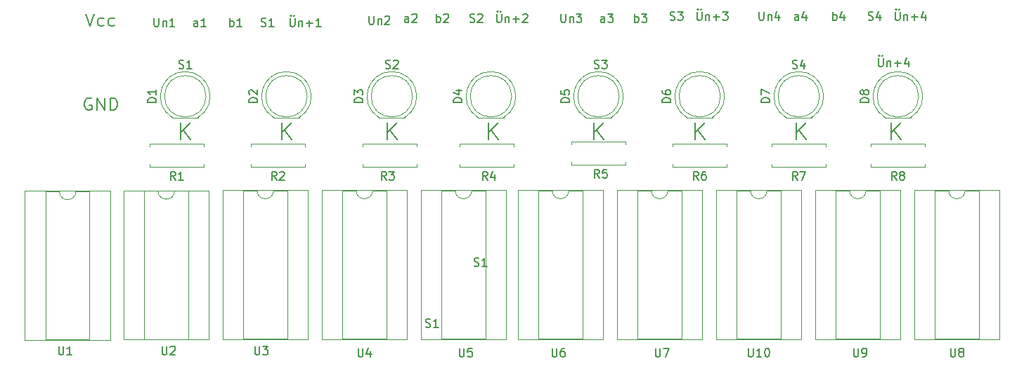
<source format=gbr>
%TF.GenerationSoftware,KiCad,Pcbnew,(5.1.6)-1*%
%TF.CreationDate,2020-11-22T17:26:52+01:00*%
%TF.ProjectId,Addierer,41646469-6572-4657-922e-6b696361645f,rev?*%
%TF.SameCoordinates,Original*%
%TF.FileFunction,Legend,Top*%
%TF.FilePolarity,Positive*%
%FSLAX46Y46*%
G04 Gerber Fmt 4.6, Leading zero omitted, Abs format (unit mm)*
G04 Created by KiCad (PCBNEW (5.1.6)-1) date 2020-11-22 17:26:52*
%MOMM*%
%LPD*%
G01*
G04 APERTURE LIST*
%ADD10C,0.150000*%
%ADD11C,0.120000*%
G04 APERTURE END LIST*
D10*
X32893142Y-32524000D02*
X32750285Y-32452571D01*
X32536000Y-32452571D01*
X32321714Y-32524000D01*
X32178857Y-32666857D01*
X32107428Y-32809714D01*
X32036000Y-33095428D01*
X32036000Y-33309714D01*
X32107428Y-33595428D01*
X32178857Y-33738285D01*
X32321714Y-33881142D01*
X32536000Y-33952571D01*
X32678857Y-33952571D01*
X32893142Y-33881142D01*
X32964571Y-33809714D01*
X32964571Y-33309714D01*
X32678857Y-33309714D01*
X33607428Y-33952571D02*
X33607428Y-32452571D01*
X34464571Y-33952571D01*
X34464571Y-32452571D01*
X35178857Y-33952571D02*
X35178857Y-32452571D01*
X35536000Y-32452571D01*
X35750285Y-32524000D01*
X35893142Y-32666857D01*
X35964571Y-32809714D01*
X36036000Y-33095428D01*
X36036000Y-33309714D01*
X35964571Y-33595428D01*
X35893142Y-33738285D01*
X35750285Y-33881142D01*
X35536000Y-33952571D01*
X35178857Y-33952571D01*
X129270190Y-37480761D02*
X129270190Y-35480761D01*
X130413047Y-37480761D02*
X129555904Y-36337904D01*
X130413047Y-35480761D02*
X129270190Y-36623619D01*
X117840190Y-37480761D02*
X117840190Y-35480761D01*
X118983047Y-37480761D02*
X118125904Y-36337904D01*
X118983047Y-35480761D02*
X117840190Y-36623619D01*
X105648190Y-37480761D02*
X105648190Y-35480761D01*
X106791047Y-37480761D02*
X105933904Y-36337904D01*
X106791047Y-35480761D02*
X105648190Y-36623619D01*
X93456190Y-37480761D02*
X93456190Y-35480761D01*
X94599047Y-37480761D02*
X93741904Y-36337904D01*
X94599047Y-35480761D02*
X93456190Y-36623619D01*
X127706666Y-27646380D02*
X127706666Y-28455904D01*
X127754285Y-28551142D01*
X127801904Y-28598761D01*
X127897142Y-28646380D01*
X128087619Y-28646380D01*
X128182857Y-28598761D01*
X128230476Y-28551142D01*
X128278095Y-28455904D01*
X128278095Y-27646380D01*
X127801904Y-27313047D02*
X127849523Y-27360666D01*
X127801904Y-27408285D01*
X127754285Y-27360666D01*
X127801904Y-27313047D01*
X127801904Y-27408285D01*
X128182857Y-27313047D02*
X128230476Y-27360666D01*
X128182857Y-27408285D01*
X128135238Y-27360666D01*
X128182857Y-27313047D01*
X128182857Y-27408285D01*
X128754285Y-27979714D02*
X128754285Y-28646380D01*
X128754285Y-28074952D02*
X128801904Y-28027333D01*
X128897142Y-27979714D01*
X129040000Y-27979714D01*
X129135238Y-28027333D01*
X129182857Y-28122571D01*
X129182857Y-28646380D01*
X129659047Y-28265428D02*
X130420952Y-28265428D01*
X130040000Y-28646380D02*
X130040000Y-27884476D01*
X131325714Y-27979714D02*
X131325714Y-28646380D01*
X131087619Y-27598761D02*
X130849523Y-28313047D01*
X131468571Y-28313047D01*
X117348095Y-28852761D02*
X117490952Y-28900380D01*
X117729047Y-28900380D01*
X117824285Y-28852761D01*
X117871904Y-28805142D01*
X117919523Y-28709904D01*
X117919523Y-28614666D01*
X117871904Y-28519428D01*
X117824285Y-28471809D01*
X117729047Y-28424190D01*
X117538571Y-28376571D01*
X117443333Y-28328952D01*
X117395714Y-28281333D01*
X117348095Y-28186095D01*
X117348095Y-28090857D01*
X117395714Y-27995619D01*
X117443333Y-27948000D01*
X117538571Y-27900380D01*
X117776666Y-27900380D01*
X117919523Y-27948000D01*
X118776666Y-28233714D02*
X118776666Y-28900380D01*
X118538571Y-27852761D02*
X118300476Y-28567047D01*
X118919523Y-28567047D01*
X93472095Y-28852761D02*
X93614952Y-28900380D01*
X93853047Y-28900380D01*
X93948285Y-28852761D01*
X93995904Y-28805142D01*
X94043523Y-28709904D01*
X94043523Y-28614666D01*
X93995904Y-28519428D01*
X93948285Y-28471809D01*
X93853047Y-28424190D01*
X93662571Y-28376571D01*
X93567333Y-28328952D01*
X93519714Y-28281333D01*
X93472095Y-28186095D01*
X93472095Y-28090857D01*
X93519714Y-27995619D01*
X93567333Y-27948000D01*
X93662571Y-27900380D01*
X93900666Y-27900380D01*
X94043523Y-27948000D01*
X94376857Y-27900380D02*
X94995904Y-27900380D01*
X94662571Y-28281333D01*
X94805428Y-28281333D01*
X94900666Y-28328952D01*
X94948285Y-28376571D01*
X94995904Y-28471809D01*
X94995904Y-28709904D01*
X94948285Y-28805142D01*
X94900666Y-28852761D01*
X94805428Y-28900380D01*
X94519714Y-28900380D01*
X94424476Y-28852761D01*
X94376857Y-28805142D01*
X68326095Y-28852761D02*
X68468952Y-28900380D01*
X68707047Y-28900380D01*
X68802285Y-28852761D01*
X68849904Y-28805142D01*
X68897523Y-28709904D01*
X68897523Y-28614666D01*
X68849904Y-28519428D01*
X68802285Y-28471809D01*
X68707047Y-28424190D01*
X68516571Y-28376571D01*
X68421333Y-28328952D01*
X68373714Y-28281333D01*
X68326095Y-28186095D01*
X68326095Y-28090857D01*
X68373714Y-27995619D01*
X68421333Y-27948000D01*
X68516571Y-27900380D01*
X68754666Y-27900380D01*
X68897523Y-27948000D01*
X69278476Y-27995619D02*
X69326095Y-27948000D01*
X69421333Y-27900380D01*
X69659428Y-27900380D01*
X69754666Y-27948000D01*
X69802285Y-27995619D01*
X69849904Y-28090857D01*
X69849904Y-28186095D01*
X69802285Y-28328952D01*
X69230857Y-28900380D01*
X69849904Y-28900380D01*
X43434095Y-28852761D02*
X43576952Y-28900380D01*
X43815047Y-28900380D01*
X43910285Y-28852761D01*
X43957904Y-28805142D01*
X44005523Y-28709904D01*
X44005523Y-28614666D01*
X43957904Y-28519428D01*
X43910285Y-28471809D01*
X43815047Y-28424190D01*
X43624571Y-28376571D01*
X43529333Y-28328952D01*
X43481714Y-28281333D01*
X43434095Y-28186095D01*
X43434095Y-28090857D01*
X43481714Y-27995619D01*
X43529333Y-27948000D01*
X43624571Y-27900380D01*
X43862666Y-27900380D01*
X44005523Y-27948000D01*
X44957904Y-28900380D02*
X44386476Y-28900380D01*
X44672190Y-28900380D02*
X44672190Y-27900380D01*
X44576952Y-28043238D01*
X44481714Y-28138476D01*
X44386476Y-28186095D01*
X80756190Y-37480761D02*
X80756190Y-35480761D01*
X81899047Y-37480761D02*
X81041904Y-36337904D01*
X81899047Y-35480761D02*
X80756190Y-36623619D01*
X68564190Y-37480761D02*
X68564190Y-35480761D01*
X69707047Y-37480761D02*
X68849904Y-36337904D01*
X69707047Y-35480761D02*
X68564190Y-36623619D01*
X32250285Y-22292571D02*
X32750285Y-23792571D01*
X33250285Y-22292571D01*
X34393142Y-23721142D02*
X34250285Y-23792571D01*
X33964571Y-23792571D01*
X33821714Y-23721142D01*
X33750285Y-23649714D01*
X33678857Y-23506857D01*
X33678857Y-23078285D01*
X33750285Y-22935428D01*
X33821714Y-22864000D01*
X33964571Y-22792571D01*
X34250285Y-22792571D01*
X34393142Y-22864000D01*
X35678857Y-23721142D02*
X35536000Y-23792571D01*
X35250285Y-23792571D01*
X35107428Y-23721142D01*
X35036000Y-23649714D01*
X34964571Y-23506857D01*
X34964571Y-23078285D01*
X35036000Y-22935428D01*
X35107428Y-22864000D01*
X35250285Y-22792571D01*
X35536000Y-22792571D01*
X35678857Y-22864000D01*
X43672190Y-37480761D02*
X43672190Y-35480761D01*
X44815047Y-37480761D02*
X43957904Y-36337904D01*
X44815047Y-35480761D02*
X43672190Y-36623619D01*
X55864190Y-37480761D02*
X55864190Y-35480761D01*
X57007047Y-37480761D02*
X56149904Y-36337904D01*
X57007047Y-35480761D02*
X55864190Y-36623619D01*
D11*
%TO.C,U9*%
X124222000Y-43628000D02*
X122572000Y-43628000D01*
X122572000Y-43628000D02*
X122572000Y-61528000D01*
X122572000Y-61528000D02*
X127872000Y-61528000D01*
X127872000Y-61528000D02*
X127872000Y-43628000D01*
X127872000Y-43628000D02*
X126222000Y-43628000D01*
X120082000Y-43568000D02*
X120082000Y-61588000D01*
X120082000Y-61588000D02*
X130362000Y-61588000D01*
X130362000Y-61588000D02*
X130362000Y-43568000D01*
X130362000Y-43568000D02*
X120082000Y-43568000D01*
X126222000Y-43628000D02*
G75*
G02*
X124222000Y-43628000I-1000000J0D01*
G01*
%TO.C,D1*%
X42651000Y-34818000D02*
X45741000Y-34818000D01*
X46696000Y-32258000D02*
G75*
G03*
X46696000Y-32258000I-2500000J0D01*
G01*
X44196462Y-29268000D02*
G75*
G03*
X42651170Y-34818000I-462J-2990000D01*
G01*
X44195538Y-29268000D02*
G75*
G02*
X45740830Y-34818000I462J-2990000D01*
G01*
%TO.C,D2*%
X58888000Y-32258000D02*
G75*
G03*
X58888000Y-32258000I-2500000J0D01*
G01*
X54843000Y-34818000D02*
X57933000Y-34818000D01*
X56387538Y-29268000D02*
G75*
G02*
X57932830Y-34818000I462J-2990000D01*
G01*
X56388462Y-29268000D02*
G75*
G03*
X54843170Y-34818000I-462J-2990000D01*
G01*
%TO.C,R1*%
X39910000Y-38000000D02*
X39910000Y-38330000D01*
X46450000Y-38000000D02*
X39910000Y-38000000D01*
X46450000Y-38330000D02*
X46450000Y-38000000D01*
X39910000Y-40740000D02*
X39910000Y-40410000D01*
X46450000Y-40740000D02*
X39910000Y-40740000D01*
X46450000Y-40410000D02*
X46450000Y-40740000D01*
%TO.C,R2*%
X58642000Y-40410000D02*
X58642000Y-40740000D01*
X58642000Y-40740000D02*
X52102000Y-40740000D01*
X52102000Y-40740000D02*
X52102000Y-40410000D01*
X58642000Y-38330000D02*
X58642000Y-38000000D01*
X58642000Y-38000000D02*
X52102000Y-38000000D01*
X52102000Y-38000000D02*
X52102000Y-38330000D01*
%TO.C,U1*%
X35163001Y-43669001D02*
X24883001Y-43669001D01*
X35163001Y-61689001D02*
X35163001Y-43669001D01*
X24883001Y-61689001D02*
X35163001Y-61689001D01*
X24883001Y-43669001D02*
X24883001Y-61689001D01*
X32673001Y-43729001D02*
X31023001Y-43729001D01*
X32673001Y-61629001D02*
X32673001Y-43729001D01*
X27373001Y-61629001D02*
X32673001Y-61629001D01*
X27373001Y-43729001D02*
X27373001Y-61629001D01*
X29023001Y-43729001D02*
X27373001Y-43729001D01*
X31023001Y-43729001D02*
G75*
G02*
X29023001Y-43729001I-1000000J0D01*
G01*
%TO.C,U2*%
X47050000Y-43619001D02*
X36770000Y-43619001D01*
X47050000Y-61639001D02*
X47050000Y-43619001D01*
X36770000Y-61639001D02*
X47050000Y-61639001D01*
X36770000Y-43619001D02*
X36770000Y-61639001D01*
X44560000Y-43679001D02*
X42910000Y-43679001D01*
X44560000Y-61579001D02*
X44560000Y-43679001D01*
X39260000Y-61579001D02*
X44560000Y-61579001D01*
X39260000Y-43679001D02*
X39260000Y-61579001D01*
X40910000Y-43679001D02*
X39260000Y-43679001D01*
X42910000Y-43679001D02*
G75*
G02*
X40910000Y-43679001I-1000000J0D01*
G01*
%TO.C,D3*%
X71588000Y-32258000D02*
G75*
G03*
X71588000Y-32258000I-2500000J0D01*
G01*
X67543000Y-34818000D02*
X70633000Y-34818000D01*
X69087538Y-29268000D02*
G75*
G02*
X70632830Y-34818000I462J-2990000D01*
G01*
X69088462Y-29268000D02*
G75*
G03*
X67543170Y-34818000I-462J-2990000D01*
G01*
%TO.C,D4*%
X79481000Y-34818000D02*
X82571000Y-34818000D01*
X83526000Y-32258000D02*
G75*
G03*
X83526000Y-32258000I-2500000J0D01*
G01*
X81026462Y-29268000D02*
G75*
G03*
X79481170Y-34818000I-462J-2990000D01*
G01*
X81025538Y-29268000D02*
G75*
G02*
X82570830Y-34818000I462J-2990000D01*
G01*
%TO.C,R3*%
X65564000Y-38000000D02*
X65564000Y-38330000D01*
X72104000Y-38000000D02*
X65564000Y-38000000D01*
X72104000Y-38330000D02*
X72104000Y-38000000D01*
X65564000Y-40740000D02*
X65564000Y-40410000D01*
X72104000Y-40740000D02*
X65564000Y-40740000D01*
X72104000Y-40410000D02*
X72104000Y-40740000D01*
%TO.C,R4*%
X77248000Y-38330000D02*
X77248000Y-38000000D01*
X77248000Y-38000000D02*
X83788000Y-38000000D01*
X83788000Y-38000000D02*
X83788000Y-38330000D01*
X77248000Y-40410000D02*
X77248000Y-40740000D01*
X77248000Y-40740000D02*
X83788000Y-40740000D01*
X83788000Y-40740000D02*
X83788000Y-40410000D01*
%TO.C,U4*%
X70926000Y-43568000D02*
X60646000Y-43568000D01*
X70926000Y-61588000D02*
X70926000Y-43568000D01*
X60646000Y-61588000D02*
X70926000Y-61588000D01*
X60646000Y-43568000D02*
X60646000Y-61588000D01*
X68436000Y-43628000D02*
X66786000Y-43628000D01*
X68436000Y-61528000D02*
X68436000Y-43628000D01*
X63136000Y-61528000D02*
X68436000Y-61528000D01*
X63136000Y-43628000D02*
X63136000Y-61528000D01*
X64786000Y-43628000D02*
X63136000Y-43628000D01*
X66786000Y-43628000D02*
G75*
G02*
X64786000Y-43628000I-1000000J0D01*
G01*
%TO.C,U5*%
X76724000Y-43628000D02*
X75074000Y-43628000D01*
X75074000Y-43628000D02*
X75074000Y-61528000D01*
X75074000Y-61528000D02*
X80374000Y-61528000D01*
X80374000Y-61528000D02*
X80374000Y-43628000D01*
X80374000Y-43628000D02*
X78724000Y-43628000D01*
X72584000Y-43568000D02*
X72584000Y-61588000D01*
X72584000Y-61588000D02*
X82864000Y-61588000D01*
X82864000Y-61588000D02*
X82864000Y-43568000D01*
X82864000Y-43568000D02*
X72584000Y-43568000D01*
X78724000Y-43628000D02*
G75*
G02*
X76724000Y-43628000I-1000000J0D01*
G01*
%TO.C,D5*%
X92435000Y-34818000D02*
X95525000Y-34818000D01*
X96480000Y-32258000D02*
G75*
G03*
X96480000Y-32258000I-2500000J0D01*
G01*
X93980462Y-29268000D02*
G75*
G03*
X92435170Y-34818000I-462J-2990000D01*
G01*
X93979538Y-29268000D02*
G75*
G02*
X95524830Y-34818000I462J-2990000D01*
G01*
%TO.C,D6*%
X104627000Y-34818000D02*
X107717000Y-34818000D01*
X108672000Y-32258000D02*
G75*
G03*
X108672000Y-32258000I-2500000J0D01*
G01*
X106172462Y-29268000D02*
G75*
G03*
X104627170Y-34818000I-462J-2990000D01*
G01*
X106171538Y-29268000D02*
G75*
G02*
X107716830Y-34818000I462J-2990000D01*
G01*
%TO.C,D7*%
X120610000Y-32258000D02*
G75*
G03*
X120610000Y-32258000I-2500000J0D01*
G01*
X116565000Y-34818000D02*
X119655000Y-34818000D01*
X118109538Y-29268000D02*
G75*
G02*
X119654830Y-34818000I462J-2990000D01*
G01*
X118110462Y-29268000D02*
G75*
G03*
X116565170Y-34818000I-462J-2990000D01*
G01*
%TO.C,D8*%
X132548000Y-32258000D02*
G75*
G03*
X132548000Y-32258000I-2500000J0D01*
G01*
X128503000Y-34818000D02*
X131593000Y-34818000D01*
X130047538Y-29268000D02*
G75*
G02*
X131592830Y-34818000I462J-2990000D01*
G01*
X130048462Y-29268000D02*
G75*
G03*
X128503170Y-34818000I-462J-2990000D01*
G01*
%TO.C,R5*%
X97250000Y-40156000D02*
X97250000Y-40486000D01*
X97250000Y-40486000D02*
X90710000Y-40486000D01*
X90710000Y-40486000D02*
X90710000Y-40156000D01*
X97250000Y-38076000D02*
X97250000Y-37746000D01*
X97250000Y-37746000D02*
X90710000Y-37746000D01*
X90710000Y-37746000D02*
X90710000Y-38076000D01*
%TO.C,R6*%
X102902000Y-38000000D02*
X102902000Y-38330000D01*
X109442000Y-38000000D02*
X102902000Y-38000000D01*
X109442000Y-38330000D02*
X109442000Y-38000000D01*
X102902000Y-40740000D02*
X102902000Y-40410000D01*
X109442000Y-40740000D02*
X102902000Y-40740000D01*
X109442000Y-40410000D02*
X109442000Y-40740000D01*
%TO.C,R7*%
X121380000Y-40410000D02*
X121380000Y-40740000D01*
X121380000Y-40740000D02*
X114840000Y-40740000D01*
X114840000Y-40740000D02*
X114840000Y-40410000D01*
X121380000Y-38330000D02*
X121380000Y-38000000D01*
X121380000Y-38000000D02*
X114840000Y-38000000D01*
X114840000Y-38000000D02*
X114840000Y-38330000D01*
%TO.C,R8*%
X126778000Y-38000000D02*
X126778000Y-38330000D01*
X133318000Y-38000000D02*
X126778000Y-38000000D01*
X133318000Y-38330000D02*
X133318000Y-38000000D01*
X126778000Y-40740000D02*
X126778000Y-40410000D01*
X133318000Y-40740000D02*
X126778000Y-40740000D01*
X133318000Y-40410000D02*
X133318000Y-40740000D01*
%TO.C,U6*%
X94548000Y-43568000D02*
X84268000Y-43568000D01*
X94548000Y-61588000D02*
X94548000Y-43568000D01*
X84268000Y-61588000D02*
X94548000Y-61588000D01*
X84268000Y-43568000D02*
X84268000Y-61588000D01*
X92058000Y-43628000D02*
X90408000Y-43628000D01*
X92058000Y-61528000D02*
X92058000Y-43628000D01*
X86758000Y-61528000D02*
X92058000Y-61528000D01*
X86758000Y-43628000D02*
X86758000Y-61528000D01*
X88408000Y-43628000D02*
X86758000Y-43628000D01*
X90408000Y-43628000D02*
G75*
G02*
X88408000Y-43628000I-1000000J0D01*
G01*
%TO.C,U7*%
X100346000Y-43628000D02*
X98696000Y-43628000D01*
X98696000Y-43628000D02*
X98696000Y-61528000D01*
X98696000Y-61528000D02*
X103996000Y-61528000D01*
X103996000Y-61528000D02*
X103996000Y-43628000D01*
X103996000Y-43628000D02*
X102346000Y-43628000D01*
X96206000Y-43568000D02*
X96206000Y-61588000D01*
X96206000Y-61588000D02*
X106486000Y-61588000D01*
X106486000Y-61588000D02*
X106486000Y-43568000D01*
X106486000Y-43568000D02*
X96206000Y-43568000D01*
X102346000Y-43628000D02*
G75*
G02*
X100346000Y-43628000I-1000000J0D01*
G01*
%TO.C,U8*%
X142300000Y-43568000D02*
X132020000Y-43568000D01*
X142300000Y-61588000D02*
X142300000Y-43568000D01*
X132020000Y-61588000D02*
X142300000Y-61588000D01*
X132020000Y-43568000D02*
X132020000Y-61588000D01*
X139810000Y-43628000D02*
X138160000Y-43628000D01*
X139810000Y-61528000D02*
X139810000Y-43628000D01*
X134510000Y-61528000D02*
X139810000Y-61528000D01*
X134510000Y-43628000D02*
X134510000Y-61528000D01*
X136160000Y-43628000D02*
X134510000Y-43628000D01*
X138160000Y-43628000D02*
G75*
G02*
X136160000Y-43628000I-1000000J0D01*
G01*
%TO.C,U10*%
X118424000Y-43568000D02*
X108144000Y-43568000D01*
X118424000Y-61588000D02*
X118424000Y-43568000D01*
X108144000Y-61588000D02*
X118424000Y-61588000D01*
X108144000Y-43568000D02*
X108144000Y-61588000D01*
X115934000Y-43628000D02*
X114284000Y-43628000D01*
X115934000Y-61528000D02*
X115934000Y-43628000D01*
X110634000Y-61528000D02*
X115934000Y-61528000D01*
X110634000Y-43628000D02*
X110634000Y-61528000D01*
X112284000Y-43628000D02*
X110634000Y-43628000D01*
X114284000Y-43628000D02*
G75*
G02*
X112284000Y-43628000I-1000000J0D01*
G01*
%TO.C,U3*%
X52848000Y-43628000D02*
X51198000Y-43628000D01*
X51198000Y-43628000D02*
X51198000Y-61528000D01*
X51198000Y-61528000D02*
X56498000Y-61528000D01*
X56498000Y-61528000D02*
X56498000Y-43628000D01*
X56498000Y-43628000D02*
X54848000Y-43628000D01*
X48708000Y-43568000D02*
X48708000Y-61588000D01*
X48708000Y-61588000D02*
X58988000Y-61588000D01*
X58988000Y-61588000D02*
X58988000Y-43568000D01*
X58988000Y-43568000D02*
X48708000Y-43568000D01*
X54848000Y-43628000D02*
G75*
G02*
X52848000Y-43628000I-1000000J0D01*
G01*
%TO.C,U9*%
D10*
X124714095Y-62698380D02*
X124714095Y-63507904D01*
X124761714Y-63603142D01*
X124809333Y-63650761D01*
X124904571Y-63698380D01*
X125095047Y-63698380D01*
X125190285Y-63650761D01*
X125237904Y-63603142D01*
X125285523Y-63507904D01*
X125285523Y-62698380D01*
X125809333Y-63698380D02*
X125999809Y-63698380D01*
X126095047Y-63650761D01*
X126142666Y-63603142D01*
X126237904Y-63460285D01*
X126285523Y-63269809D01*
X126285523Y-62888857D01*
X126237904Y-62793619D01*
X126190285Y-62746000D01*
X126095047Y-62698380D01*
X125904571Y-62698380D01*
X125809333Y-62746000D01*
X125761714Y-62793619D01*
X125714095Y-62888857D01*
X125714095Y-63126952D01*
X125761714Y-63222190D01*
X125809333Y-63269809D01*
X125904571Y-63317428D01*
X126095047Y-63317428D01*
X126190285Y-63269809D01*
X126237904Y-63222190D01*
X126285523Y-63126952D01*
%TO.C,*%
X73152095Y-60094761D02*
X73294952Y-60142380D01*
X73533047Y-60142380D01*
X73628285Y-60094761D01*
X73675904Y-60047142D01*
X73723523Y-59951904D01*
X73723523Y-59856666D01*
X73675904Y-59761428D01*
X73628285Y-59713809D01*
X73533047Y-59666190D01*
X73342571Y-59618571D01*
X73247333Y-59570952D01*
X73199714Y-59523333D01*
X73152095Y-59428095D01*
X73152095Y-59332857D01*
X73199714Y-59237619D01*
X73247333Y-59190000D01*
X73342571Y-59142380D01*
X73580666Y-59142380D01*
X73723523Y-59190000D01*
X74675904Y-60142380D02*
X74104476Y-60142380D01*
X74390190Y-60142380D02*
X74390190Y-59142380D01*
X74294952Y-59285238D01*
X74199714Y-59380476D01*
X74104476Y-59428095D01*
X78994095Y-52728761D02*
X79136952Y-52776380D01*
X79375047Y-52776380D01*
X79470285Y-52728761D01*
X79517904Y-52681142D01*
X79565523Y-52585904D01*
X79565523Y-52490666D01*
X79517904Y-52395428D01*
X79470285Y-52347809D01*
X79375047Y-52300190D01*
X79184571Y-52252571D01*
X79089333Y-52204952D01*
X79041714Y-52157333D01*
X78994095Y-52062095D01*
X78994095Y-51966857D01*
X79041714Y-51871619D01*
X79089333Y-51824000D01*
X79184571Y-51776380D01*
X79422666Y-51776380D01*
X79565523Y-51824000D01*
X80517904Y-52776380D02*
X79946476Y-52776380D01*
X80232190Y-52776380D02*
X80232190Y-51776380D01*
X80136952Y-51919238D01*
X80041714Y-52014476D01*
X79946476Y-52062095D01*
%TO.C,a1*%
X45712095Y-23820380D02*
X45712095Y-23296571D01*
X45664476Y-23201333D01*
X45569238Y-23153714D01*
X45378761Y-23153714D01*
X45283523Y-23201333D01*
X45712095Y-23772761D02*
X45616857Y-23820380D01*
X45378761Y-23820380D01*
X45283523Y-23772761D01*
X45235904Y-23677523D01*
X45235904Y-23582285D01*
X45283523Y-23487047D01*
X45378761Y-23439428D01*
X45616857Y-23439428D01*
X45712095Y-23391809D01*
X46712095Y-23820380D02*
X46140666Y-23820380D01*
X46426380Y-23820380D02*
X46426380Y-22820380D01*
X46331142Y-22963238D01*
X46235904Y-23058476D01*
X46140666Y-23106095D01*
%TO.C,b1*%
X49601523Y-23820380D02*
X49601523Y-22820380D01*
X49601523Y-23201333D02*
X49696761Y-23153714D01*
X49887238Y-23153714D01*
X49982476Y-23201333D01*
X50030095Y-23248952D01*
X50077714Y-23344190D01*
X50077714Y-23629904D01*
X50030095Y-23725142D01*
X49982476Y-23772761D01*
X49887238Y-23820380D01*
X49696761Y-23820380D01*
X49601523Y-23772761D01*
X51030095Y-23820380D02*
X50458666Y-23820380D01*
X50744380Y-23820380D02*
X50744380Y-22820380D01*
X50649142Y-22963238D01*
X50553904Y-23058476D01*
X50458666Y-23106095D01*
%TO.C,D1*%
X40688380Y-32996095D02*
X39688380Y-32996095D01*
X39688380Y-32758000D01*
X39736000Y-32615142D01*
X39831238Y-32519904D01*
X39926476Y-32472285D01*
X40116952Y-32424666D01*
X40259809Y-32424666D01*
X40450285Y-32472285D01*
X40545523Y-32519904D01*
X40640761Y-32615142D01*
X40688380Y-32758000D01*
X40688380Y-32996095D01*
X40688380Y-31472285D02*
X40688380Y-32043714D01*
X40688380Y-31758000D02*
X39688380Y-31758000D01*
X39831238Y-31853238D01*
X39926476Y-31948476D01*
X39974095Y-32043714D01*
%TO.C,D2*%
X52880380Y-32996095D02*
X51880380Y-32996095D01*
X51880380Y-32758000D01*
X51928000Y-32615142D01*
X52023238Y-32519904D01*
X52118476Y-32472285D01*
X52308952Y-32424666D01*
X52451809Y-32424666D01*
X52642285Y-32472285D01*
X52737523Y-32519904D01*
X52832761Y-32615142D01*
X52880380Y-32758000D01*
X52880380Y-32996095D01*
X51975619Y-32043714D02*
X51928000Y-31996095D01*
X51880380Y-31900857D01*
X51880380Y-31662761D01*
X51928000Y-31567523D01*
X51975619Y-31519904D01*
X52070857Y-31472285D01*
X52166095Y-31472285D01*
X52308952Y-31519904D01*
X52880380Y-32091333D01*
X52880380Y-31472285D01*
%TO.C,R1*%
X43013333Y-42362380D02*
X42680000Y-41886190D01*
X42441904Y-42362380D02*
X42441904Y-41362380D01*
X42822857Y-41362380D01*
X42918095Y-41410000D01*
X42965714Y-41457619D01*
X43013333Y-41552857D01*
X43013333Y-41695714D01*
X42965714Y-41790952D01*
X42918095Y-41838571D01*
X42822857Y-41886190D01*
X42441904Y-41886190D01*
X43965714Y-42362380D02*
X43394285Y-42362380D01*
X43680000Y-42362380D02*
X43680000Y-41362380D01*
X43584761Y-41505238D01*
X43489523Y-41600476D01*
X43394285Y-41648095D01*
%TO.C,R2*%
X55205333Y-42362380D02*
X54872000Y-41886190D01*
X54633904Y-42362380D02*
X54633904Y-41362380D01*
X55014857Y-41362380D01*
X55110095Y-41410000D01*
X55157714Y-41457619D01*
X55205333Y-41552857D01*
X55205333Y-41695714D01*
X55157714Y-41790952D01*
X55110095Y-41838571D01*
X55014857Y-41886190D01*
X54633904Y-41886190D01*
X55586285Y-41457619D02*
X55633904Y-41410000D01*
X55729142Y-41362380D01*
X55967238Y-41362380D01*
X56062476Y-41410000D01*
X56110095Y-41457619D01*
X56157714Y-41552857D01*
X56157714Y-41648095D01*
X56110095Y-41790952D01*
X55538666Y-42362380D01*
X56157714Y-42362380D01*
%TO.C,U1*%
X28956095Y-62444380D02*
X28956095Y-63253904D01*
X29003714Y-63349142D01*
X29051333Y-63396761D01*
X29146571Y-63444380D01*
X29337047Y-63444380D01*
X29432285Y-63396761D01*
X29479904Y-63349142D01*
X29527523Y-63253904D01*
X29527523Y-62444380D01*
X30527523Y-63444380D02*
X29956095Y-63444380D01*
X30241809Y-63444380D02*
X30241809Y-62444380D01*
X30146571Y-62587238D01*
X30051333Y-62682476D01*
X29956095Y-62730095D01*
%TO.C,\u00DCn+1*%
X56840666Y-22820380D02*
X56840666Y-23629904D01*
X56888285Y-23725142D01*
X56935904Y-23772761D01*
X57031142Y-23820380D01*
X57221619Y-23820380D01*
X57316857Y-23772761D01*
X57364476Y-23725142D01*
X57412095Y-23629904D01*
X57412095Y-22820380D01*
X56935904Y-22487047D02*
X56983523Y-22534666D01*
X56935904Y-22582285D01*
X56888285Y-22534666D01*
X56935904Y-22487047D01*
X56935904Y-22582285D01*
X57316857Y-22487047D02*
X57364476Y-22534666D01*
X57316857Y-22582285D01*
X57269238Y-22534666D01*
X57316857Y-22487047D01*
X57316857Y-22582285D01*
X57888285Y-23153714D02*
X57888285Y-23820380D01*
X57888285Y-23248952D02*
X57935904Y-23201333D01*
X58031142Y-23153714D01*
X58174000Y-23153714D01*
X58269238Y-23201333D01*
X58316857Y-23296571D01*
X58316857Y-23820380D01*
X58793047Y-23439428D02*
X59554952Y-23439428D01*
X59174000Y-23820380D02*
X59174000Y-23058476D01*
X60554952Y-23820380D02*
X59983523Y-23820380D01*
X60269238Y-23820380D02*
X60269238Y-22820380D01*
X60174000Y-22963238D01*
X60078761Y-23058476D01*
X59983523Y-23106095D01*
%TO.C,Un1*%
X40441714Y-22820380D02*
X40441714Y-23629904D01*
X40489333Y-23725142D01*
X40536952Y-23772761D01*
X40632190Y-23820380D01*
X40822666Y-23820380D01*
X40917904Y-23772761D01*
X40965523Y-23725142D01*
X41013142Y-23629904D01*
X41013142Y-22820380D01*
X41489333Y-23153714D02*
X41489333Y-23820380D01*
X41489333Y-23248952D02*
X41536952Y-23201333D01*
X41632190Y-23153714D01*
X41775047Y-23153714D01*
X41870285Y-23201333D01*
X41917904Y-23296571D01*
X41917904Y-23820380D01*
X42917904Y-23820380D02*
X42346476Y-23820380D01*
X42632190Y-23820380D02*
X42632190Y-22820380D01*
X42536952Y-22963238D01*
X42441714Y-23058476D01*
X42346476Y-23106095D01*
%TO.C,S1*%
X53340095Y-23772761D02*
X53482952Y-23820380D01*
X53721047Y-23820380D01*
X53816285Y-23772761D01*
X53863904Y-23725142D01*
X53911523Y-23629904D01*
X53911523Y-23534666D01*
X53863904Y-23439428D01*
X53816285Y-23391809D01*
X53721047Y-23344190D01*
X53530571Y-23296571D01*
X53435333Y-23248952D01*
X53387714Y-23201333D01*
X53340095Y-23106095D01*
X53340095Y-23010857D01*
X53387714Y-22915619D01*
X53435333Y-22868000D01*
X53530571Y-22820380D01*
X53768666Y-22820380D01*
X53911523Y-22868000D01*
X54863904Y-23820380D02*
X54292476Y-23820380D01*
X54578190Y-23820380D02*
X54578190Y-22820380D01*
X54482952Y-22963238D01*
X54387714Y-23058476D01*
X54292476Y-23106095D01*
%TO.C,U2*%
X41402095Y-62444380D02*
X41402095Y-63253904D01*
X41449714Y-63349142D01*
X41497333Y-63396761D01*
X41592571Y-63444380D01*
X41783047Y-63444380D01*
X41878285Y-63396761D01*
X41925904Y-63349142D01*
X41973523Y-63253904D01*
X41973523Y-62444380D01*
X42402095Y-62539619D02*
X42449714Y-62492000D01*
X42544952Y-62444380D01*
X42783047Y-62444380D01*
X42878285Y-62492000D01*
X42925904Y-62539619D01*
X42973523Y-62634857D01*
X42973523Y-62730095D01*
X42925904Y-62872952D01*
X42354476Y-63444380D01*
X42973523Y-63444380D01*
%TO.C,a2*%
X71112095Y-23312380D02*
X71112095Y-22788571D01*
X71064476Y-22693333D01*
X70969238Y-22645714D01*
X70778761Y-22645714D01*
X70683523Y-22693333D01*
X71112095Y-23264761D02*
X71016857Y-23312380D01*
X70778761Y-23312380D01*
X70683523Y-23264761D01*
X70635904Y-23169523D01*
X70635904Y-23074285D01*
X70683523Y-22979047D01*
X70778761Y-22931428D01*
X71016857Y-22931428D01*
X71112095Y-22883809D01*
X71540666Y-22407619D02*
X71588285Y-22360000D01*
X71683523Y-22312380D01*
X71921619Y-22312380D01*
X72016857Y-22360000D01*
X72064476Y-22407619D01*
X72112095Y-22502857D01*
X72112095Y-22598095D01*
X72064476Y-22740952D01*
X71493047Y-23312380D01*
X72112095Y-23312380D01*
%TO.C,b2*%
X74493523Y-23312380D02*
X74493523Y-22312380D01*
X74493523Y-22693333D02*
X74588761Y-22645714D01*
X74779238Y-22645714D01*
X74874476Y-22693333D01*
X74922095Y-22740952D01*
X74969714Y-22836190D01*
X74969714Y-23121904D01*
X74922095Y-23217142D01*
X74874476Y-23264761D01*
X74779238Y-23312380D01*
X74588761Y-23312380D01*
X74493523Y-23264761D01*
X75350666Y-22407619D02*
X75398285Y-22360000D01*
X75493523Y-22312380D01*
X75731619Y-22312380D01*
X75826857Y-22360000D01*
X75874476Y-22407619D01*
X75922095Y-22502857D01*
X75922095Y-22598095D01*
X75874476Y-22740952D01*
X75303047Y-23312380D01*
X75922095Y-23312380D01*
%TO.C,D3*%
X65580380Y-32996095D02*
X64580380Y-32996095D01*
X64580380Y-32758000D01*
X64628000Y-32615142D01*
X64723238Y-32519904D01*
X64818476Y-32472285D01*
X65008952Y-32424666D01*
X65151809Y-32424666D01*
X65342285Y-32472285D01*
X65437523Y-32519904D01*
X65532761Y-32615142D01*
X65580380Y-32758000D01*
X65580380Y-32996095D01*
X64580380Y-32091333D02*
X64580380Y-31472285D01*
X64961333Y-31805619D01*
X64961333Y-31662761D01*
X65008952Y-31567523D01*
X65056571Y-31519904D01*
X65151809Y-31472285D01*
X65389904Y-31472285D01*
X65485142Y-31519904D01*
X65532761Y-31567523D01*
X65580380Y-31662761D01*
X65580380Y-31948476D01*
X65532761Y-32043714D01*
X65485142Y-32091333D01*
%TO.C,D4*%
X77518380Y-32996095D02*
X76518380Y-32996095D01*
X76518380Y-32758000D01*
X76566000Y-32615142D01*
X76661238Y-32519904D01*
X76756476Y-32472285D01*
X76946952Y-32424666D01*
X77089809Y-32424666D01*
X77280285Y-32472285D01*
X77375523Y-32519904D01*
X77470761Y-32615142D01*
X77518380Y-32758000D01*
X77518380Y-32996095D01*
X76851714Y-31567523D02*
X77518380Y-31567523D01*
X76470761Y-31805619D02*
X77185047Y-32043714D01*
X77185047Y-31424666D01*
%TO.C,R3*%
X68413333Y-42362380D02*
X68080000Y-41886190D01*
X67841904Y-42362380D02*
X67841904Y-41362380D01*
X68222857Y-41362380D01*
X68318095Y-41410000D01*
X68365714Y-41457619D01*
X68413333Y-41552857D01*
X68413333Y-41695714D01*
X68365714Y-41790952D01*
X68318095Y-41838571D01*
X68222857Y-41886190D01*
X67841904Y-41886190D01*
X68746666Y-41362380D02*
X69365714Y-41362380D01*
X69032380Y-41743333D01*
X69175238Y-41743333D01*
X69270476Y-41790952D01*
X69318095Y-41838571D01*
X69365714Y-41933809D01*
X69365714Y-42171904D01*
X69318095Y-42267142D01*
X69270476Y-42314761D01*
X69175238Y-42362380D01*
X68889523Y-42362380D01*
X68794285Y-42314761D01*
X68746666Y-42267142D01*
%TO.C,R4*%
X80605333Y-42362380D02*
X80272000Y-41886190D01*
X80033904Y-42362380D02*
X80033904Y-41362380D01*
X80414857Y-41362380D01*
X80510095Y-41410000D01*
X80557714Y-41457619D01*
X80605333Y-41552857D01*
X80605333Y-41695714D01*
X80557714Y-41790952D01*
X80510095Y-41838571D01*
X80414857Y-41886190D01*
X80033904Y-41886190D01*
X81462476Y-41695714D02*
X81462476Y-42362380D01*
X81224380Y-41314761D02*
X80986285Y-42029047D01*
X81605333Y-42029047D01*
%TO.C,S2*%
X78486095Y-23264761D02*
X78628952Y-23312380D01*
X78867047Y-23312380D01*
X78962285Y-23264761D01*
X79009904Y-23217142D01*
X79057523Y-23121904D01*
X79057523Y-23026666D01*
X79009904Y-22931428D01*
X78962285Y-22883809D01*
X78867047Y-22836190D01*
X78676571Y-22788571D01*
X78581333Y-22740952D01*
X78533714Y-22693333D01*
X78486095Y-22598095D01*
X78486095Y-22502857D01*
X78533714Y-22407619D01*
X78581333Y-22360000D01*
X78676571Y-22312380D01*
X78914666Y-22312380D01*
X79057523Y-22360000D01*
X79438476Y-22407619D02*
X79486095Y-22360000D01*
X79581333Y-22312380D01*
X79819428Y-22312380D01*
X79914666Y-22360000D01*
X79962285Y-22407619D01*
X80009904Y-22502857D01*
X80009904Y-22598095D01*
X79962285Y-22740952D01*
X79390857Y-23312380D01*
X80009904Y-23312380D01*
%TO.C,U4*%
X65024095Y-62698380D02*
X65024095Y-63507904D01*
X65071714Y-63603142D01*
X65119333Y-63650761D01*
X65214571Y-63698380D01*
X65405047Y-63698380D01*
X65500285Y-63650761D01*
X65547904Y-63603142D01*
X65595523Y-63507904D01*
X65595523Y-62698380D01*
X66500285Y-63031714D02*
X66500285Y-63698380D01*
X66262190Y-62650761D02*
X66024095Y-63365047D01*
X66643142Y-63365047D01*
%TO.C,U5*%
X77216095Y-62698380D02*
X77216095Y-63507904D01*
X77263714Y-63603142D01*
X77311333Y-63650761D01*
X77406571Y-63698380D01*
X77597047Y-63698380D01*
X77692285Y-63650761D01*
X77739904Y-63603142D01*
X77787523Y-63507904D01*
X77787523Y-62698380D01*
X78739904Y-62698380D02*
X78263714Y-62698380D01*
X78216095Y-63174571D01*
X78263714Y-63126952D01*
X78358952Y-63079333D01*
X78597047Y-63079333D01*
X78692285Y-63126952D01*
X78739904Y-63174571D01*
X78787523Y-63269809D01*
X78787523Y-63507904D01*
X78739904Y-63603142D01*
X78692285Y-63650761D01*
X78597047Y-63698380D01*
X78358952Y-63698380D01*
X78263714Y-63650761D01*
X78216095Y-63603142D01*
%TO.C,Un2*%
X66349714Y-22566380D02*
X66349714Y-23375904D01*
X66397333Y-23471142D01*
X66444952Y-23518761D01*
X66540190Y-23566380D01*
X66730666Y-23566380D01*
X66825904Y-23518761D01*
X66873523Y-23471142D01*
X66921142Y-23375904D01*
X66921142Y-22566380D01*
X67397333Y-22899714D02*
X67397333Y-23566380D01*
X67397333Y-22994952D02*
X67444952Y-22947333D01*
X67540190Y-22899714D01*
X67683047Y-22899714D01*
X67778285Y-22947333D01*
X67825904Y-23042571D01*
X67825904Y-23566380D01*
X68254476Y-22661619D02*
X68302095Y-22614000D01*
X68397333Y-22566380D01*
X68635428Y-22566380D01*
X68730666Y-22614000D01*
X68778285Y-22661619D01*
X68825904Y-22756857D01*
X68825904Y-22852095D01*
X68778285Y-22994952D01*
X68206857Y-23566380D01*
X68825904Y-23566380D01*
%TO.C,\u00DCn+2*%
X81732666Y-22312380D02*
X81732666Y-23121904D01*
X81780285Y-23217142D01*
X81827904Y-23264761D01*
X81923142Y-23312380D01*
X82113619Y-23312380D01*
X82208857Y-23264761D01*
X82256476Y-23217142D01*
X82304095Y-23121904D01*
X82304095Y-22312380D01*
X81827904Y-21979047D02*
X81875523Y-22026666D01*
X81827904Y-22074285D01*
X81780285Y-22026666D01*
X81827904Y-21979047D01*
X81827904Y-22074285D01*
X82208857Y-21979047D02*
X82256476Y-22026666D01*
X82208857Y-22074285D01*
X82161238Y-22026666D01*
X82208857Y-21979047D01*
X82208857Y-22074285D01*
X82780285Y-22645714D02*
X82780285Y-23312380D01*
X82780285Y-22740952D02*
X82827904Y-22693333D01*
X82923142Y-22645714D01*
X83066000Y-22645714D01*
X83161238Y-22693333D01*
X83208857Y-22788571D01*
X83208857Y-23312380D01*
X83685047Y-22931428D02*
X84446952Y-22931428D01*
X84066000Y-23312380D02*
X84066000Y-22550476D01*
X84875523Y-22407619D02*
X84923142Y-22360000D01*
X85018380Y-22312380D01*
X85256476Y-22312380D01*
X85351714Y-22360000D01*
X85399333Y-22407619D01*
X85446952Y-22502857D01*
X85446952Y-22598095D01*
X85399333Y-22740952D01*
X84827904Y-23312380D01*
X85446952Y-23312380D01*
%TO.C,a3*%
X94734095Y-23312380D02*
X94734095Y-22788571D01*
X94686476Y-22693333D01*
X94591238Y-22645714D01*
X94400761Y-22645714D01*
X94305523Y-22693333D01*
X94734095Y-23264761D02*
X94638857Y-23312380D01*
X94400761Y-23312380D01*
X94305523Y-23264761D01*
X94257904Y-23169523D01*
X94257904Y-23074285D01*
X94305523Y-22979047D01*
X94400761Y-22931428D01*
X94638857Y-22931428D01*
X94734095Y-22883809D01*
X95115047Y-22312380D02*
X95734095Y-22312380D01*
X95400761Y-22693333D01*
X95543619Y-22693333D01*
X95638857Y-22740952D01*
X95686476Y-22788571D01*
X95734095Y-22883809D01*
X95734095Y-23121904D01*
X95686476Y-23217142D01*
X95638857Y-23264761D01*
X95543619Y-23312380D01*
X95257904Y-23312380D01*
X95162666Y-23264761D01*
X95115047Y-23217142D01*
%TO.C,a4*%
X118102095Y-23058380D02*
X118102095Y-22534571D01*
X118054476Y-22439333D01*
X117959238Y-22391714D01*
X117768761Y-22391714D01*
X117673523Y-22439333D01*
X118102095Y-23010761D02*
X118006857Y-23058380D01*
X117768761Y-23058380D01*
X117673523Y-23010761D01*
X117625904Y-22915523D01*
X117625904Y-22820285D01*
X117673523Y-22725047D01*
X117768761Y-22677428D01*
X118006857Y-22677428D01*
X118102095Y-22629809D01*
X119006857Y-22391714D02*
X119006857Y-23058380D01*
X118768761Y-22010761D02*
X118530666Y-22725047D01*
X119149714Y-22725047D01*
%TO.C,b3*%
X98369523Y-23312380D02*
X98369523Y-22312380D01*
X98369523Y-22693333D02*
X98464761Y-22645714D01*
X98655238Y-22645714D01*
X98750476Y-22693333D01*
X98798095Y-22740952D01*
X98845714Y-22836190D01*
X98845714Y-23121904D01*
X98798095Y-23217142D01*
X98750476Y-23264761D01*
X98655238Y-23312380D01*
X98464761Y-23312380D01*
X98369523Y-23264761D01*
X99179047Y-22312380D02*
X99798095Y-22312380D01*
X99464761Y-22693333D01*
X99607619Y-22693333D01*
X99702857Y-22740952D01*
X99750476Y-22788571D01*
X99798095Y-22883809D01*
X99798095Y-23121904D01*
X99750476Y-23217142D01*
X99702857Y-23264761D01*
X99607619Y-23312380D01*
X99321904Y-23312380D01*
X99226666Y-23264761D01*
X99179047Y-23217142D01*
%TO.C,b4*%
X122245523Y-23058380D02*
X122245523Y-22058380D01*
X122245523Y-22439333D02*
X122340761Y-22391714D01*
X122531238Y-22391714D01*
X122626476Y-22439333D01*
X122674095Y-22486952D01*
X122721714Y-22582190D01*
X122721714Y-22867904D01*
X122674095Y-22963142D01*
X122626476Y-23010761D01*
X122531238Y-23058380D01*
X122340761Y-23058380D01*
X122245523Y-23010761D01*
X123578857Y-22391714D02*
X123578857Y-23058380D01*
X123340761Y-22010761D02*
X123102666Y-22725047D01*
X123721714Y-22725047D01*
%TO.C,D5*%
X90472380Y-32996095D02*
X89472380Y-32996095D01*
X89472380Y-32758000D01*
X89520000Y-32615142D01*
X89615238Y-32519904D01*
X89710476Y-32472285D01*
X89900952Y-32424666D01*
X90043809Y-32424666D01*
X90234285Y-32472285D01*
X90329523Y-32519904D01*
X90424761Y-32615142D01*
X90472380Y-32758000D01*
X90472380Y-32996095D01*
X89472380Y-31519904D02*
X89472380Y-31996095D01*
X89948571Y-32043714D01*
X89900952Y-31996095D01*
X89853333Y-31900857D01*
X89853333Y-31662761D01*
X89900952Y-31567523D01*
X89948571Y-31519904D01*
X90043809Y-31472285D01*
X90281904Y-31472285D01*
X90377142Y-31519904D01*
X90424761Y-31567523D01*
X90472380Y-31662761D01*
X90472380Y-31900857D01*
X90424761Y-31996095D01*
X90377142Y-32043714D01*
%TO.C,D6*%
X102664380Y-32996095D02*
X101664380Y-32996095D01*
X101664380Y-32758000D01*
X101712000Y-32615142D01*
X101807238Y-32519904D01*
X101902476Y-32472285D01*
X102092952Y-32424666D01*
X102235809Y-32424666D01*
X102426285Y-32472285D01*
X102521523Y-32519904D01*
X102616761Y-32615142D01*
X102664380Y-32758000D01*
X102664380Y-32996095D01*
X101664380Y-31567523D02*
X101664380Y-31758000D01*
X101712000Y-31853238D01*
X101759619Y-31900857D01*
X101902476Y-31996095D01*
X102092952Y-32043714D01*
X102473904Y-32043714D01*
X102569142Y-31996095D01*
X102616761Y-31948476D01*
X102664380Y-31853238D01*
X102664380Y-31662761D01*
X102616761Y-31567523D01*
X102569142Y-31519904D01*
X102473904Y-31472285D01*
X102235809Y-31472285D01*
X102140571Y-31519904D01*
X102092952Y-31567523D01*
X102045333Y-31662761D01*
X102045333Y-31853238D01*
X102092952Y-31948476D01*
X102140571Y-31996095D01*
X102235809Y-32043714D01*
%TO.C,D7*%
X114602380Y-32996095D02*
X113602380Y-32996095D01*
X113602380Y-32758000D01*
X113650000Y-32615142D01*
X113745238Y-32519904D01*
X113840476Y-32472285D01*
X114030952Y-32424666D01*
X114173809Y-32424666D01*
X114364285Y-32472285D01*
X114459523Y-32519904D01*
X114554761Y-32615142D01*
X114602380Y-32758000D01*
X114602380Y-32996095D01*
X113602380Y-32091333D02*
X113602380Y-31424666D01*
X114602380Y-31853238D01*
%TO.C,D8*%
X126540380Y-32996095D02*
X125540380Y-32996095D01*
X125540380Y-32758000D01*
X125588000Y-32615142D01*
X125683238Y-32519904D01*
X125778476Y-32472285D01*
X125968952Y-32424666D01*
X126111809Y-32424666D01*
X126302285Y-32472285D01*
X126397523Y-32519904D01*
X126492761Y-32615142D01*
X126540380Y-32758000D01*
X126540380Y-32996095D01*
X125968952Y-31853238D02*
X125921333Y-31948476D01*
X125873714Y-31996095D01*
X125778476Y-32043714D01*
X125730857Y-32043714D01*
X125635619Y-31996095D01*
X125588000Y-31948476D01*
X125540380Y-31853238D01*
X125540380Y-31662761D01*
X125588000Y-31567523D01*
X125635619Y-31519904D01*
X125730857Y-31472285D01*
X125778476Y-31472285D01*
X125873714Y-31519904D01*
X125921333Y-31567523D01*
X125968952Y-31662761D01*
X125968952Y-31853238D01*
X126016571Y-31948476D01*
X126064190Y-31996095D01*
X126159428Y-32043714D01*
X126349904Y-32043714D01*
X126445142Y-31996095D01*
X126492761Y-31948476D01*
X126540380Y-31853238D01*
X126540380Y-31662761D01*
X126492761Y-31567523D01*
X126445142Y-31519904D01*
X126349904Y-31472285D01*
X126159428Y-31472285D01*
X126064190Y-31519904D01*
X126016571Y-31567523D01*
X125968952Y-31662761D01*
%TO.C,R5*%
X94067333Y-42108380D02*
X93734000Y-41632190D01*
X93495904Y-42108380D02*
X93495904Y-41108380D01*
X93876857Y-41108380D01*
X93972095Y-41156000D01*
X94019714Y-41203619D01*
X94067333Y-41298857D01*
X94067333Y-41441714D01*
X94019714Y-41536952D01*
X93972095Y-41584571D01*
X93876857Y-41632190D01*
X93495904Y-41632190D01*
X94972095Y-41108380D02*
X94495904Y-41108380D01*
X94448285Y-41584571D01*
X94495904Y-41536952D01*
X94591142Y-41489333D01*
X94829238Y-41489333D01*
X94924476Y-41536952D01*
X94972095Y-41584571D01*
X95019714Y-41679809D01*
X95019714Y-41917904D01*
X94972095Y-42013142D01*
X94924476Y-42060761D01*
X94829238Y-42108380D01*
X94591142Y-42108380D01*
X94495904Y-42060761D01*
X94448285Y-42013142D01*
%TO.C,R6*%
X106005333Y-42362380D02*
X105672000Y-41886190D01*
X105433904Y-42362380D02*
X105433904Y-41362380D01*
X105814857Y-41362380D01*
X105910095Y-41410000D01*
X105957714Y-41457619D01*
X106005333Y-41552857D01*
X106005333Y-41695714D01*
X105957714Y-41790952D01*
X105910095Y-41838571D01*
X105814857Y-41886190D01*
X105433904Y-41886190D01*
X106862476Y-41362380D02*
X106672000Y-41362380D01*
X106576761Y-41410000D01*
X106529142Y-41457619D01*
X106433904Y-41600476D01*
X106386285Y-41790952D01*
X106386285Y-42171904D01*
X106433904Y-42267142D01*
X106481523Y-42314761D01*
X106576761Y-42362380D01*
X106767238Y-42362380D01*
X106862476Y-42314761D01*
X106910095Y-42267142D01*
X106957714Y-42171904D01*
X106957714Y-41933809D01*
X106910095Y-41838571D01*
X106862476Y-41790952D01*
X106767238Y-41743333D01*
X106576761Y-41743333D01*
X106481523Y-41790952D01*
X106433904Y-41838571D01*
X106386285Y-41933809D01*
%TO.C,R7*%
X117943333Y-42362380D02*
X117610000Y-41886190D01*
X117371904Y-42362380D02*
X117371904Y-41362380D01*
X117752857Y-41362380D01*
X117848095Y-41410000D01*
X117895714Y-41457619D01*
X117943333Y-41552857D01*
X117943333Y-41695714D01*
X117895714Y-41790952D01*
X117848095Y-41838571D01*
X117752857Y-41886190D01*
X117371904Y-41886190D01*
X118276666Y-41362380D02*
X118943333Y-41362380D01*
X118514761Y-42362380D01*
%TO.C,R8*%
X129881333Y-42362380D02*
X129548000Y-41886190D01*
X129309904Y-42362380D02*
X129309904Y-41362380D01*
X129690857Y-41362380D01*
X129786095Y-41410000D01*
X129833714Y-41457619D01*
X129881333Y-41552857D01*
X129881333Y-41695714D01*
X129833714Y-41790952D01*
X129786095Y-41838571D01*
X129690857Y-41886190D01*
X129309904Y-41886190D01*
X130452761Y-41790952D02*
X130357523Y-41743333D01*
X130309904Y-41695714D01*
X130262285Y-41600476D01*
X130262285Y-41552857D01*
X130309904Y-41457619D01*
X130357523Y-41410000D01*
X130452761Y-41362380D01*
X130643238Y-41362380D01*
X130738476Y-41410000D01*
X130786095Y-41457619D01*
X130833714Y-41552857D01*
X130833714Y-41600476D01*
X130786095Y-41695714D01*
X130738476Y-41743333D01*
X130643238Y-41790952D01*
X130452761Y-41790952D01*
X130357523Y-41838571D01*
X130309904Y-41886190D01*
X130262285Y-41981428D01*
X130262285Y-42171904D01*
X130309904Y-42267142D01*
X130357523Y-42314761D01*
X130452761Y-42362380D01*
X130643238Y-42362380D01*
X130738476Y-42314761D01*
X130786095Y-42267142D01*
X130833714Y-42171904D01*
X130833714Y-41981428D01*
X130786095Y-41886190D01*
X130738476Y-41838571D01*
X130643238Y-41790952D01*
%TO.C,S3*%
X102616095Y-23010761D02*
X102758952Y-23058380D01*
X102997047Y-23058380D01*
X103092285Y-23010761D01*
X103139904Y-22963142D01*
X103187523Y-22867904D01*
X103187523Y-22772666D01*
X103139904Y-22677428D01*
X103092285Y-22629809D01*
X102997047Y-22582190D01*
X102806571Y-22534571D01*
X102711333Y-22486952D01*
X102663714Y-22439333D01*
X102616095Y-22344095D01*
X102616095Y-22248857D01*
X102663714Y-22153619D01*
X102711333Y-22106000D01*
X102806571Y-22058380D01*
X103044666Y-22058380D01*
X103187523Y-22106000D01*
X103520857Y-22058380D02*
X104139904Y-22058380D01*
X103806571Y-22439333D01*
X103949428Y-22439333D01*
X104044666Y-22486952D01*
X104092285Y-22534571D01*
X104139904Y-22629809D01*
X104139904Y-22867904D01*
X104092285Y-22963142D01*
X104044666Y-23010761D01*
X103949428Y-23058380D01*
X103663714Y-23058380D01*
X103568476Y-23010761D01*
X103520857Y-22963142D01*
%TO.C,S4*%
X126492095Y-23010761D02*
X126634952Y-23058380D01*
X126873047Y-23058380D01*
X126968285Y-23010761D01*
X127015904Y-22963142D01*
X127063523Y-22867904D01*
X127063523Y-22772666D01*
X127015904Y-22677428D01*
X126968285Y-22629809D01*
X126873047Y-22582190D01*
X126682571Y-22534571D01*
X126587333Y-22486952D01*
X126539714Y-22439333D01*
X126492095Y-22344095D01*
X126492095Y-22248857D01*
X126539714Y-22153619D01*
X126587333Y-22106000D01*
X126682571Y-22058380D01*
X126920666Y-22058380D01*
X127063523Y-22106000D01*
X127920666Y-22391714D02*
X127920666Y-23058380D01*
X127682571Y-22010761D02*
X127444476Y-22725047D01*
X128063523Y-22725047D01*
%TO.C,U6*%
X88392095Y-62698380D02*
X88392095Y-63507904D01*
X88439714Y-63603142D01*
X88487333Y-63650761D01*
X88582571Y-63698380D01*
X88773047Y-63698380D01*
X88868285Y-63650761D01*
X88915904Y-63603142D01*
X88963523Y-63507904D01*
X88963523Y-62698380D01*
X89868285Y-62698380D02*
X89677809Y-62698380D01*
X89582571Y-62746000D01*
X89534952Y-62793619D01*
X89439714Y-62936476D01*
X89392095Y-63126952D01*
X89392095Y-63507904D01*
X89439714Y-63603142D01*
X89487333Y-63650761D01*
X89582571Y-63698380D01*
X89773047Y-63698380D01*
X89868285Y-63650761D01*
X89915904Y-63603142D01*
X89963523Y-63507904D01*
X89963523Y-63269809D01*
X89915904Y-63174571D01*
X89868285Y-63126952D01*
X89773047Y-63079333D01*
X89582571Y-63079333D01*
X89487333Y-63126952D01*
X89439714Y-63174571D01*
X89392095Y-63269809D01*
%TO.C,U7*%
X100838095Y-62698380D02*
X100838095Y-63507904D01*
X100885714Y-63603142D01*
X100933333Y-63650761D01*
X101028571Y-63698380D01*
X101219047Y-63698380D01*
X101314285Y-63650761D01*
X101361904Y-63603142D01*
X101409523Y-63507904D01*
X101409523Y-62698380D01*
X101790476Y-62698380D02*
X102457142Y-62698380D01*
X102028571Y-63698380D01*
%TO.C,U8*%
X136398095Y-62698380D02*
X136398095Y-63507904D01*
X136445714Y-63603142D01*
X136493333Y-63650761D01*
X136588571Y-63698380D01*
X136779047Y-63698380D01*
X136874285Y-63650761D01*
X136921904Y-63603142D01*
X136969523Y-63507904D01*
X136969523Y-62698380D01*
X137588571Y-63126952D02*
X137493333Y-63079333D01*
X137445714Y-63031714D01*
X137398095Y-62936476D01*
X137398095Y-62888857D01*
X137445714Y-62793619D01*
X137493333Y-62746000D01*
X137588571Y-62698380D01*
X137779047Y-62698380D01*
X137874285Y-62746000D01*
X137921904Y-62793619D01*
X137969523Y-62888857D01*
X137969523Y-62936476D01*
X137921904Y-63031714D01*
X137874285Y-63079333D01*
X137779047Y-63126952D01*
X137588571Y-63126952D01*
X137493333Y-63174571D01*
X137445714Y-63222190D01*
X137398095Y-63317428D01*
X137398095Y-63507904D01*
X137445714Y-63603142D01*
X137493333Y-63650761D01*
X137588571Y-63698380D01*
X137779047Y-63698380D01*
X137874285Y-63650761D01*
X137921904Y-63603142D01*
X137969523Y-63507904D01*
X137969523Y-63317428D01*
X137921904Y-63222190D01*
X137874285Y-63174571D01*
X137779047Y-63126952D01*
%TO.C,U10*%
X112045904Y-62698380D02*
X112045904Y-63507904D01*
X112093523Y-63603142D01*
X112141142Y-63650761D01*
X112236380Y-63698380D01*
X112426857Y-63698380D01*
X112522095Y-63650761D01*
X112569714Y-63603142D01*
X112617333Y-63507904D01*
X112617333Y-62698380D01*
X113617333Y-63698380D02*
X113045904Y-63698380D01*
X113331619Y-63698380D02*
X113331619Y-62698380D01*
X113236380Y-62841238D01*
X113141142Y-62936476D01*
X113045904Y-62984095D01*
X114236380Y-62698380D02*
X114331619Y-62698380D01*
X114426857Y-62746000D01*
X114474476Y-62793619D01*
X114522095Y-62888857D01*
X114569714Y-63079333D01*
X114569714Y-63317428D01*
X114522095Y-63507904D01*
X114474476Y-63603142D01*
X114426857Y-63650761D01*
X114331619Y-63698380D01*
X114236380Y-63698380D01*
X114141142Y-63650761D01*
X114093523Y-63603142D01*
X114045904Y-63507904D01*
X113998285Y-63317428D01*
X113998285Y-63079333D01*
X114045904Y-62888857D01*
X114093523Y-62793619D01*
X114141142Y-62746000D01*
X114236380Y-62698380D01*
%TO.C,Un3*%
X89463714Y-22312380D02*
X89463714Y-23121904D01*
X89511333Y-23217142D01*
X89558952Y-23264761D01*
X89654190Y-23312380D01*
X89844666Y-23312380D01*
X89939904Y-23264761D01*
X89987523Y-23217142D01*
X90035142Y-23121904D01*
X90035142Y-22312380D01*
X90511333Y-22645714D02*
X90511333Y-23312380D01*
X90511333Y-22740952D02*
X90558952Y-22693333D01*
X90654190Y-22645714D01*
X90797047Y-22645714D01*
X90892285Y-22693333D01*
X90939904Y-22788571D01*
X90939904Y-23312380D01*
X91320857Y-22312380D02*
X91939904Y-22312380D01*
X91606571Y-22693333D01*
X91749428Y-22693333D01*
X91844666Y-22740952D01*
X91892285Y-22788571D01*
X91939904Y-22883809D01*
X91939904Y-23121904D01*
X91892285Y-23217142D01*
X91844666Y-23264761D01*
X91749428Y-23312380D01*
X91463714Y-23312380D01*
X91368476Y-23264761D01*
X91320857Y-23217142D01*
%TO.C,Un4*%
X113339714Y-22058380D02*
X113339714Y-22867904D01*
X113387333Y-22963142D01*
X113434952Y-23010761D01*
X113530190Y-23058380D01*
X113720666Y-23058380D01*
X113815904Y-23010761D01*
X113863523Y-22963142D01*
X113911142Y-22867904D01*
X113911142Y-22058380D01*
X114387333Y-22391714D02*
X114387333Y-23058380D01*
X114387333Y-22486952D02*
X114434952Y-22439333D01*
X114530190Y-22391714D01*
X114673047Y-22391714D01*
X114768285Y-22439333D01*
X114815904Y-22534571D01*
X114815904Y-23058380D01*
X115720666Y-22391714D02*
X115720666Y-23058380D01*
X115482571Y-22010761D02*
X115244476Y-22725047D01*
X115863523Y-22725047D01*
%TO.C,\u00DCn+3*%
X105862666Y-22058380D02*
X105862666Y-22867904D01*
X105910285Y-22963142D01*
X105957904Y-23010761D01*
X106053142Y-23058380D01*
X106243619Y-23058380D01*
X106338857Y-23010761D01*
X106386476Y-22963142D01*
X106434095Y-22867904D01*
X106434095Y-22058380D01*
X105957904Y-21725047D02*
X106005523Y-21772666D01*
X105957904Y-21820285D01*
X105910285Y-21772666D01*
X105957904Y-21725047D01*
X105957904Y-21820285D01*
X106338857Y-21725047D02*
X106386476Y-21772666D01*
X106338857Y-21820285D01*
X106291238Y-21772666D01*
X106338857Y-21725047D01*
X106338857Y-21820285D01*
X106910285Y-22391714D02*
X106910285Y-23058380D01*
X106910285Y-22486952D02*
X106957904Y-22439333D01*
X107053142Y-22391714D01*
X107196000Y-22391714D01*
X107291238Y-22439333D01*
X107338857Y-22534571D01*
X107338857Y-23058380D01*
X107815047Y-22677428D02*
X108576952Y-22677428D01*
X108196000Y-23058380D02*
X108196000Y-22296476D01*
X108957904Y-22058380D02*
X109576952Y-22058380D01*
X109243619Y-22439333D01*
X109386476Y-22439333D01*
X109481714Y-22486952D01*
X109529333Y-22534571D01*
X109576952Y-22629809D01*
X109576952Y-22867904D01*
X109529333Y-22963142D01*
X109481714Y-23010761D01*
X109386476Y-23058380D01*
X109100761Y-23058380D01*
X109005523Y-23010761D01*
X108957904Y-22963142D01*
%TO.C,\u00DCn+4*%
X129738666Y-22058380D02*
X129738666Y-22867904D01*
X129786285Y-22963142D01*
X129833904Y-23010761D01*
X129929142Y-23058380D01*
X130119619Y-23058380D01*
X130214857Y-23010761D01*
X130262476Y-22963142D01*
X130310095Y-22867904D01*
X130310095Y-22058380D01*
X129833904Y-21725047D02*
X129881523Y-21772666D01*
X129833904Y-21820285D01*
X129786285Y-21772666D01*
X129833904Y-21725047D01*
X129833904Y-21820285D01*
X130214857Y-21725047D02*
X130262476Y-21772666D01*
X130214857Y-21820285D01*
X130167238Y-21772666D01*
X130214857Y-21725047D01*
X130214857Y-21820285D01*
X130786285Y-22391714D02*
X130786285Y-23058380D01*
X130786285Y-22486952D02*
X130833904Y-22439333D01*
X130929142Y-22391714D01*
X131072000Y-22391714D01*
X131167238Y-22439333D01*
X131214857Y-22534571D01*
X131214857Y-23058380D01*
X131691047Y-22677428D02*
X132452952Y-22677428D01*
X132072000Y-23058380D02*
X132072000Y-22296476D01*
X133357714Y-22391714D02*
X133357714Y-23058380D01*
X133119619Y-22010761D02*
X132881523Y-22725047D01*
X133500571Y-22725047D01*
%TO.C,U3*%
X52578095Y-62444380D02*
X52578095Y-63253904D01*
X52625714Y-63349142D01*
X52673333Y-63396761D01*
X52768571Y-63444380D01*
X52959047Y-63444380D01*
X53054285Y-63396761D01*
X53101904Y-63349142D01*
X53149523Y-63253904D01*
X53149523Y-62444380D01*
X53530476Y-62444380D02*
X54149523Y-62444380D01*
X53816190Y-62825333D01*
X53959047Y-62825333D01*
X54054285Y-62872952D01*
X54101904Y-62920571D01*
X54149523Y-63015809D01*
X54149523Y-63253904D01*
X54101904Y-63349142D01*
X54054285Y-63396761D01*
X53959047Y-63444380D01*
X53673333Y-63444380D01*
X53578095Y-63396761D01*
X53530476Y-63349142D01*
%TD*%
M02*

</source>
